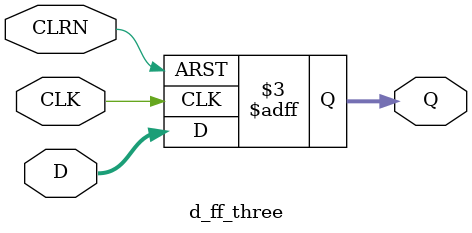
<source format=sv>
module d_ff_three(
	input logic CLK,
	input logic [2:0] D,
	input logic CLRN, // async clear
	output logic [2:0] Q
	);
	
	always @(posedge CLK or negedge CLRN) begin
		if(CLRN == 0)
			Q <= 0;
		else
			Q <= D;
	end

endmodule : d_ff_three


</source>
